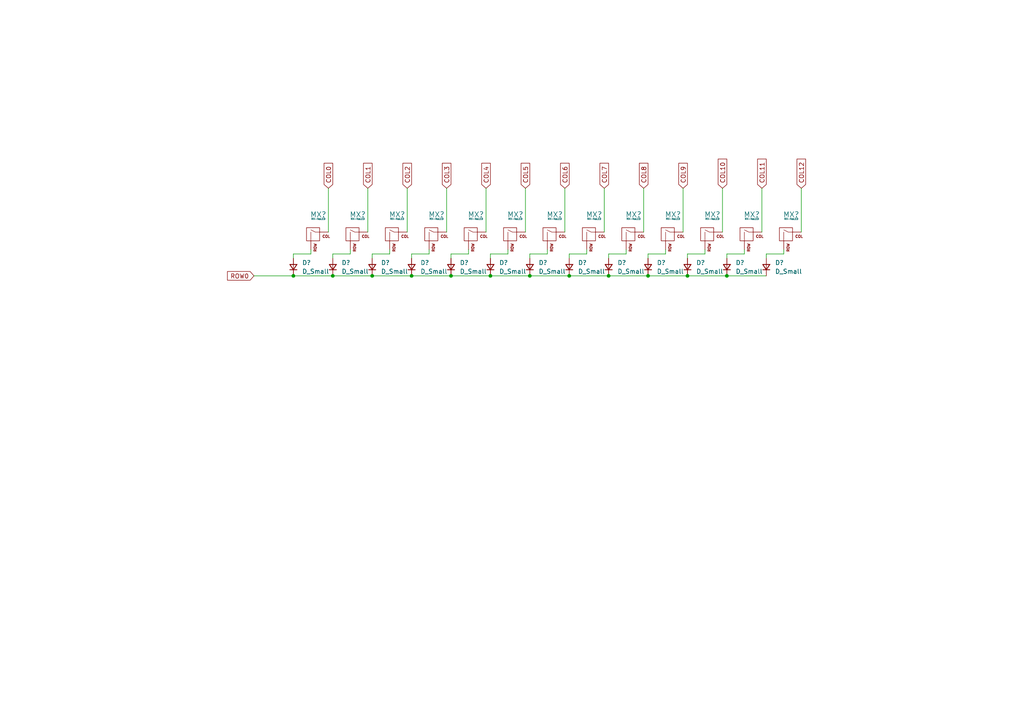
<source format=kicad_sch>
(kicad_sch (version 20211123) (generator eeschema)
  (paper "A4")
  (lib_symbols
    (symbol "Device:D_Small" (pin_numbers hide) (pin_names (offset 0.254) hide)
      (property "Reference" "D" (at -1.27 2.032 0))
      (property "Value" "D_Small" (at -3.81 -2.032 0))
      (symbol "D_Small_0_1"
        (polyline (pts (xy -0.762 -1.016) (xy -0.762 1.016)) (stroke (width 0.254)))
        (polyline (pts (xy -0.762 0) (xy 0.762 0)))
        (polyline (pts (xy 0.762 -1.016) (xy -0.762 0) (xy 0.762 1.016) (xy 0.762 -1.016)) (stroke (width 0.254)))
      )
      (symbol "D_Small_1_1"
        (pin passive line (at -2.54 0 0) (length 1.778) (name "K") (number "1"))
        (pin passive line (at 2.54 0 180) (length 1.778) (name "A") (number "2"))
      )
    )
    (symbol "MX_Alps_Hybrid:MX-NoLED" (pin_names (offset 1.016))
      (property "Reference" "MX" (at -0.635 3.81 0))
      (property "Value" "MX-NoLED" (at -0.635 1.27 0))
      (symbol "MX-NoLED_0_0"
        (rectangle (start -2.54 2.54) (end 1.27 -1.27))
        (polyline (pts (xy -1.27 -1.27) (xy -1.27 1.27)) (stroke (width 0.127)))
        (polyline (pts (xy 1.27 1.27) (xy 0 1.27) (xy -1.27 1.905)) (stroke (width 0.127)))
        (text "COL" (at 3.175 0 0) (effects (font (size 0.762 0.762))))
        (text "ROW" (at 0 -1.905 900) (effects (font (size 0.762 0.762)) (justify right)))
      )
      (symbol "MX-NoLED_1_1"
        (pin passive line (at 3.81 1.27 180) (length 2.54) (name "COL") (number "1"))
        (pin passive line (at -1.27 -3.81 90) (length 2.54) (name "ROW") (number "2"))
      )
    )
  )
  (junction (at 85.09 80.01))
  (junction (at 199.39 80.01))
  (junction (at 187.96 80.01))
  (junction (at 119.38 80.01))
  (junction (at 165.1 80.01))
  (junction (at 130.81 80.01))
  (junction (at 153.67 80.01))
  (junction (at 210.82 80.01))
  (junction (at 96.52 80.01))
  (junction (at 176.53 80.01))
  (junction (at 142.24 80.01))
  (junction (at 107.95 80.01))
  (wire (pts (xy 176.53 80.01) (xy 187.96 80.01)))
  (wire (pts (xy 142.24 80.01) (xy 153.67 80.01)))
  (wire (pts (xy 158.75 72.39) (xy 158.75 73.66)))
  (wire (pts (xy 96.52 73.66) (xy 96.52 74.93)))
  (wire (pts (xy 175.26 54.61) (xy 175.26 67.31)))
  (wire (pts (xy 129.54 54.61) (xy 129.54 67.31)))
  (wire (pts (xy 113.03 73.66) (xy 107.95 73.66)))
  (wire (pts (xy 152.4 54.61) (xy 152.4 67.31)))
  (wire (pts (xy 119.38 73.66) (xy 119.38 74.93)))
  (wire (pts (xy 153.67 73.66) (xy 153.67 74.93)))
  (wire (pts (xy 107.95 73.66) (xy 107.95 74.93)))
  (wire (pts (xy 215.9 72.39) (xy 215.9 73.66)))
  (wire (pts (xy 209.55 54.61) (xy 209.55 67.31)))
  (wire (pts (xy 130.81 73.66) (xy 130.81 74.93)))
  (wire (pts (xy 193.04 73.66) (xy 187.96 73.66)))
  (wire (pts (xy 222.25 73.66) (xy 222.25 74.93)))
  (wire (pts (xy 187.96 80.01) (xy 199.39 80.01)))
  (wire (pts (xy 227.33 72.39) (xy 227.33 73.66)))
  (wire (pts (xy 176.53 73.66) (xy 176.53 74.93)))
  (wire (pts (xy 130.81 80.01) (xy 142.24 80.01)))
  (wire (pts (xy 170.18 73.66) (xy 165.1 73.66)))
  (wire (pts (xy 147.32 72.39) (xy 147.32 73.66)))
  (wire (pts (xy 163.83 54.61) (xy 163.83 67.31)))
  (wire (pts (xy 106.68 54.61) (xy 106.68 67.31)))
  (wire (pts (xy 158.75 73.66) (xy 153.67 73.66)))
  (wire (pts (xy 210.82 73.66) (xy 210.82 74.93)))
  (wire (pts (xy 113.03 72.39) (xy 113.03 73.66)))
  (wire (pts (xy 186.69 54.61) (xy 186.69 67.31)))
  (wire (pts (xy 232.41 54.61) (xy 232.41 67.31)))
  (wire (pts (xy 153.67 80.01) (xy 165.1 80.01)))
  (wire (pts (xy 215.9 73.66) (xy 210.82 73.66)))
  (wire (pts (xy 107.95 80.01) (xy 119.38 80.01)))
  (wire (pts (xy 199.39 73.66) (xy 199.39 74.93)))
  (wire (pts (xy 140.97 54.61) (xy 140.97 67.31)))
  (wire (pts (xy 90.17 73.66) (xy 85.09 73.66)))
  (wire (pts (xy 96.52 80.01) (xy 107.95 80.01)))
  (wire (pts (xy 90.17 72.39) (xy 90.17 73.66)))
  (wire (pts (xy 210.82 80.01) (xy 222.25 80.01)))
  (wire (pts (xy 204.47 72.39) (xy 204.47 73.66)))
  (wire (pts (xy 142.24 73.66) (xy 142.24 74.93)))
  (wire (pts (xy 165.1 73.66) (xy 165.1 74.93)))
  (wire (pts (xy 95.25 54.61) (xy 95.25 67.31)))
  (wire (pts (xy 135.89 72.39) (xy 135.89 73.66)))
  (wire (pts (xy 135.89 73.66) (xy 130.81 73.66)))
  (wire (pts (xy 198.12 54.61) (xy 198.12 67.31)))
  (wire (pts (xy 170.18 72.39) (xy 170.18 73.66)))
  (wire (pts (xy 165.1 80.01) (xy 176.53 80.01)))
  (wire (pts (xy 124.46 73.66) (xy 119.38 73.66)))
  (wire (pts (xy 204.47 73.66) (xy 199.39 73.66)))
  (wire (pts (xy 85.09 73.66) (xy 85.09 74.93)))
  (wire (pts (xy 147.32 73.66) (xy 142.24 73.66)))
  (wire (pts (xy 181.61 72.39) (xy 181.61 73.66)))
  (wire (pts (xy 101.6 73.66) (xy 96.52 73.66)))
  (wire (pts (xy 199.39 80.01) (xy 210.82 80.01)))
  (wire (pts (xy 220.98 54.61) (xy 220.98 67.31)))
  (wire (pts (xy 187.96 73.66) (xy 187.96 74.93)))
  (wire (pts (xy 119.38 80.01) (xy 130.81 80.01)))
  (wire (pts (xy 124.46 72.39) (xy 124.46 73.66)))
  (wire (pts (xy 101.6 72.39) (xy 101.6 73.66)))
  (wire (pts (xy 73.66 80.01) (xy 85.09 80.01)))
  (wire (pts (xy 118.11 54.61) (xy 118.11 67.31)))
  (wire (pts (xy 181.61 73.66) (xy 176.53 73.66)))
  (wire (pts (xy 193.04 72.39) (xy 193.04 73.66)))
  (wire (pts (xy 227.33 73.66) (xy 222.25 73.66)))
  (wire (pts (xy 85.09 80.01) (xy 96.52 80.01)))
  (global_label "COL9" (shape input) (at 198.12 54.61 90) (property "Intersheet References" "${INTERSHEET_REFS}" (effects hide)))
  (global_label "COL0" (shape input) (at 95.25 54.61 90) (property "Intersheet References" "${INTERSHEET_REFS}" (effects hide)))
  (global_label "COL11" (shape input) (at 220.98 54.61 90) (property "Intersheet References" "${INTERSHEET_REFS}" (effects hide)))
  (global_label "COL3" (shape input) (at 129.54 54.61 90) (property "Intersheet References" "${INTERSHEET_REFS}" (effects hide)))
  (global_label "COL6" (shape input) (at 163.83 54.61 90) (property "Intersheet References" "${INTERSHEET_REFS}" (effects hide)))
  (global_label "COL10" (shape input) (at 209.55 54.61 90) (property "Intersheet References" "${INTERSHEET_REFS}" (effects hide)))
  (global_label "COL2" (shape input) (at 118.11 54.61 90) (property "Intersheet References" "${INTERSHEET_REFS}" (effects hide)))
  (global_label "COL8" (shape input) (at 186.69 54.61 90) (property "Intersheet References" "${INTERSHEET_REFS}" (effects hide)))
  (global_label "ROW0" (shape input) (at 73.66 80.01 180) (property "Intersheet References" "${INTERSHEET_REFS}" (effects hide)))
  (global_label "COL12" (shape input) (at 232.41 54.61 90) (property "Intersheet References" "${INTERSHEET_REFS}" (effects hide)))
  (global_label "COL5" (shape input) (at 152.4 54.61 90) (property "Intersheet References" "${INTERSHEET_REFS}" (effects hide)))
  (global_label "COL7" (shape input) (at 175.26 54.61 90) (property "Intersheet References" "${INTERSHEET_REFS}" (effects hide)))
  (global_label "COL4" (shape input) (at 140.97 54.61 90) (property "Intersheet References" "${INTERSHEET_REFS}" (effects hide)))
  (global_label "COL1" (shape input) (at 106.68 54.61 90) (property "Intersheet References" "${INTERSHEET_REFS}" (effects hide)))
  (symbol (lib_id "MX_Alps_Hybrid:MX-NoLED") (at 182.88 68.58 0) (unit 1)
    (property "Reference" "MX?" (at 183.7656 62.23 0) (effects (font (size 1.524 1.524))))
    (property "Value" "MX-NoLED" (at 183.7656 63.5 0) (effects (font (size 0.508 0.508))))
  )
  (symbol (lib_id "MX_Alps_Hybrid:MX-NoLED") (at 91.44 68.58 0) (unit 1)
    (property "Reference" "MX?" (at 92.3256 62.23 0) (effects (font (size 1.524 1.524))))
    (property "Value" "MX-NoLED" (at 92.3256 63.5 0) (effects (font (size 0.508 0.508))))
  )
  (symbol (lib_id "Device:D_Small") (at 153.67 77.47 90) (unit 1)
    (property "Reference" "D?" (at 156.21 76.1999 90) (effects (justify right)))
    (property "Value" "D_Small" (at 156.21 78.7399 90) (effects (justify right)))
  )
  (symbol (lib_id "Device:D_Small") (at 165.1 77.47 90) (unit 1)
    (property "Reference" "D?" (at 167.64 76.1999 90) (effects (justify right)))
    (property "Value" "D_Small" (at 167.64 78.7399 90) (effects (justify right)))
  )
  (symbol (lib_id "Device:D_Small") (at 222.25 77.47 90) (unit 1)
    (property "Reference" "D?" (at 224.79 76.1999 90) (effects (justify right)))
    (property "Value" "D_Small" (at 224.79 78.7399 90) (effects (justify right)))
  )
  (symbol (lib_id "MX_Alps_Hybrid:MX-NoLED") (at 160.02 68.58 0) (unit 1)
    (property "Reference" "MX?" (at 160.9056 62.23 0) (effects (font (size 1.524 1.524))))
    (property "Value" "MX-NoLED" (at 160.9056 63.5 0) (effects (font (size 0.508 0.508))))
  )
  (symbol (lib_id "Device:D_Small") (at 85.09 77.47 90) (unit 1)
    (property "Reference" "D?" (at 87.63 76.1999 90) (effects (justify right)))
    (property "Value" "D_Small" (at 87.63 78.7399 90) (effects (justify right)))
  )
  (symbol (lib_id "MX_Alps_Hybrid:MX-NoLED") (at 205.74 68.58 0) (unit 1)
    (property "Reference" "MX?" (at 206.6256 62.23 0) (effects (font (size 1.524 1.524))))
    (property "Value" "MX-NoLED" (at 206.6256 63.5 0) (effects (font (size 0.508 0.508))))
  )
  (symbol (lib_id "MX_Alps_Hybrid:MX-NoLED") (at 148.59 68.58 0) (unit 1)
    (property "Reference" "MX?" (at 149.4756 62.23 0) (effects (font (size 1.524 1.524))))
    (property "Value" "MX-NoLED" (at 149.4756 63.5 0) (effects (font (size 0.508 0.508))))
  )
  (symbol (lib_id "MX_Alps_Hybrid:MX-NoLED") (at 114.3 68.58 0) (unit 1)
    (property "Reference" "MX?" (at 115.1856 62.23 0) (effects (font (size 1.524 1.524))))
    (property "Value" "MX-NoLED" (at 115.1856 63.5 0) (effects (font (size 0.508 0.508))))
  )
  (symbol (lib_id "MX_Alps_Hybrid:MX-NoLED") (at 194.31 68.58 0) (unit 1)
    (property "Reference" "MX?" (at 195.1956 62.23 0) (effects (font (size 1.524 1.524))))
    (property "Value" "MX-NoLED" (at 195.1956 63.5 0) (effects (font (size 0.508 0.508))))
  )
  (symbol (lib_id "Device:D_Small") (at 187.96 77.47 90) (unit 1)
    (property "Reference" "D?" (at 190.5 76.1999 90) (effects (justify right)))
    (property "Value" "D_Small" (at 190.5 78.7399 90) (effects (justify right)))
  )
  (symbol (lib_id "MX_Alps_Hybrid:MX-NoLED") (at 171.45 68.58 0) (unit 1)
    (property "Reference" "MX?" (at 172.3356 62.23 0) (effects (font (size 1.524 1.524))))
    (property "Value" "MX-NoLED" (at 172.3356 63.5 0) (effects (font (size 0.508 0.508))))
  )
  (symbol (lib_id "Device:D_Small") (at 130.81 77.47 90) (unit 1)
    (property "Reference" "D?" (at 133.35 76.1999 90) (effects (justify right)))
    (property "Value" "D_Small" (at 133.35 78.7399 90) (effects (justify right)))
  )
  (symbol (lib_id "MX_Alps_Hybrid:MX-NoLED") (at 125.73 68.58 0) (unit 1)
    (property "Reference" "MX?" (at 126.6156 62.23 0) (effects (font (size 1.524 1.524))))
    (property "Value" "MX-NoLED" (at 126.6156 63.5 0) (effects (font (size 0.508 0.508))))
  )
  (symbol (lib_id "Device:D_Small") (at 199.39 77.47 90) (unit 1)
    (property "Reference" "D?" (at 201.93 76.1999 90) (effects (justify right)))
    (property "Value" "D_Small" (at 201.93 78.7399 90) (effects (justify right)))
  )
  (symbol (lib_id "MX_Alps_Hybrid:MX-NoLED") (at 217.17 68.58 0) (unit 1)
    (property "Reference" "MX?" (at 218.0556 62.23 0) (effects (font (size 1.524 1.524))))
    (property "Value" "MX-NoLED" (at 218.0556 63.5 0) (effects (font (size 0.508 0.508))))
  )
  (symbol (lib_id "MX_Alps_Hybrid:MX-NoLED") (at 102.87 68.58 0) (unit 1)
    (property "Reference" "MX?" (at 103.7556 62.23 0) (effects (font (size 1.524 1.524))))
    (property "Value" "MX-NoLED" (at 103.7556 63.5 0) (effects (font (size 0.508 0.508))))
  )
  (symbol (lib_id "MX_Alps_Hybrid:MX-NoLED") (at 228.6 68.58 0) (unit 1)
    (property "Reference" "MX?" (at 229.4856 62.23 0) (effects (font (size 1.524 1.524))))
    (property "Value" "MX-NoLED" (at 229.4856 63.5 0) (effects (font (size 0.508 0.508))))
  )
  (symbol (lib_id "MX_Alps_Hybrid:MX-NoLED") (at 137.16 68.58 0) (unit 1)
    (property "Reference" "MX?" (at 138.0456 62.23 0) (effects (font (size 1.524 1.524))))
    (property "Value" "MX-NoLED" (at 138.0456 63.5 0) (effects (font (size 0.508 0.508))))
  )
  (symbol (lib_id "Device:D_Small") (at 142.24 77.47 90) (unit 1)
    (property "Reference" "D?" (at 144.78 76.1999 90) (effects (justify right)))
    (property "Value" "D_Small" (at 144.78 78.7399 90) (effects (justify right)))
  )
  (symbol (lib_id "Device:D_Small") (at 210.82 77.47 90) (unit 1)
    (property "Reference" "D?" (at 213.36 76.1999 90) (effects (justify right)))
    (property "Value" "D_Small" (at 213.36 78.7399 90) (effects (justify right)))
  )
  (symbol (lib_id "Device:D_Small") (at 176.53 77.47 90) (unit 1)
    (property "Reference" "D?" (at 179.07 76.1999 90) (effects (justify right)))
    (property "Value" "D_Small" (at 179.07 78.7399 90) (effects (justify right)))
  )
  (symbol (lib_id "Device:D_Small") (at 119.38 77.47 90) (unit 1)
    (property "Reference" "D?" (at 121.92 76.1999 90) (effects (justify right)))
    (property "Value" "D_Small" (at 121.92 78.7399 90) (effects (justify right)))
  )
  (symbol (lib_id "Device:D_Small") (at 96.52 77.47 90) (unit 1)
    (property "Reference" "D?" (at 99.06 76.1999 90) (effects (justify right)))
    (property "Value" "D_Small" (at 99.06 78.7399 90) (effects (justify right)))
  )
  (symbol (lib_id "Device:D_Small") (at 107.95 77.47 90) (unit 1)
    (property "Reference" "D?" (at 110.49 76.1999 90) (effects (justify right)))
    (property "Value" "D_Small" (at 110.49 78.7399 90) (effects (justify right)))
  )
)
</source>
